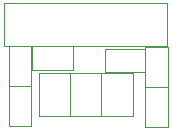
<source format=gbr>
%TF.GenerationSoftware,KiCad,Pcbnew,8.99.0-unknown-079855af18~181~ubuntu22.04.1*%
%TF.CreationDate,2024-11-15T17:57:24-08:00*%
%TF.ProjectId,gb_video_breakout,67625f76-6964-4656-9f5f-627265616b6f,rev?*%
%TF.SameCoordinates,Original*%
%TF.FileFunction,Other,User*%
%FSLAX46Y46*%
G04 Gerber Fmt 4.6, Leading zero omitted, Abs format (unit mm)*
G04 Created by KiCad (PCBNEW 8.99.0-unknown-079855af18~181~ubuntu22.04.1) date 2024-11-15 17:57:24*
%MOMM*%
%LPD*%
G01*
G04 APERTURE LIST*
%ADD10C,0.050000*%
G04 APERTURE END LIST*
D10*
%TO.C,U3*%
X145825000Y-89600000D02*
X145825000Y-86000000D01*
X148475000Y-89600000D02*
X145825000Y-89600000D01*
X145825000Y-86000000D02*
X148475000Y-86000000D01*
X148475000Y-86000000D02*
X148475000Y-89600000D01*
%TO.C,U2*%
X143175000Y-89600000D02*
X143175000Y-86000000D01*
X145825000Y-89600000D02*
X143175000Y-89600000D01*
X143175000Y-86000000D02*
X145825000Y-86000000D01*
X145825000Y-86000000D02*
X145825000Y-89600000D01*
%TO.C,U1*%
X143175000Y-86000000D02*
X143175000Y-89600000D01*
X140525000Y-86000000D02*
X143175000Y-86000000D01*
X143175000Y-89600000D02*
X140525000Y-89600000D01*
X140525000Y-89600000D02*
X140525000Y-86000000D01*
%TO.C,C2*%
X140000000Y-83720000D02*
X143400000Y-83720000D01*
X140000000Y-85680000D02*
X140000000Y-83720000D01*
X143400000Y-83720000D02*
X143400000Y-85680000D01*
X143400000Y-85680000D02*
X140000000Y-85680000D01*
%TO.C,C1*%
X149550000Y-85880000D02*
X146150000Y-85880000D01*
X149550000Y-83920000D02*
X149550000Y-85880000D01*
X146150000Y-85880000D02*
X146150000Y-83920000D01*
X146150000Y-83920000D02*
X149550000Y-83920000D01*
%TO.C,J1*%
X137625000Y-80050000D02*
X137625000Y-83650000D01*
X137625000Y-83650000D02*
X151375000Y-83650000D01*
X151375000Y-80050000D02*
X137625000Y-80050000D01*
X151375000Y-83650000D02*
X151375000Y-80050000D01*
%TO.C,R4*%
X137975000Y-87082500D02*
X139875000Y-87082500D01*
X137975000Y-90442500D02*
X137975000Y-87082500D01*
X139875000Y-87082500D02*
X139875000Y-90442500D01*
X139875000Y-90442500D02*
X137975000Y-90442500D01*
%TO.C,D1*%
X149550000Y-87145000D02*
X151450000Y-87145000D01*
X149550000Y-90505000D02*
X149550000Y-87145000D01*
X151450000Y-87145000D02*
X151450000Y-90505000D01*
X151450000Y-90505000D02*
X149550000Y-90505000D01*
%TO.C,R3*%
X149550000Y-83770000D02*
X151450000Y-83770000D01*
X149550000Y-87130000D02*
X149550000Y-83770000D01*
X151450000Y-83770000D02*
X151450000Y-87130000D01*
X151450000Y-87130000D02*
X149550000Y-87130000D01*
%TO.C,D2*%
X137975000Y-83720000D02*
X139875000Y-83720000D01*
X137975000Y-87080000D02*
X137975000Y-83720000D01*
X139875000Y-83720000D02*
X139875000Y-87080000D01*
X139875000Y-87080000D02*
X137975000Y-87080000D01*
%TD*%
M02*

</source>
